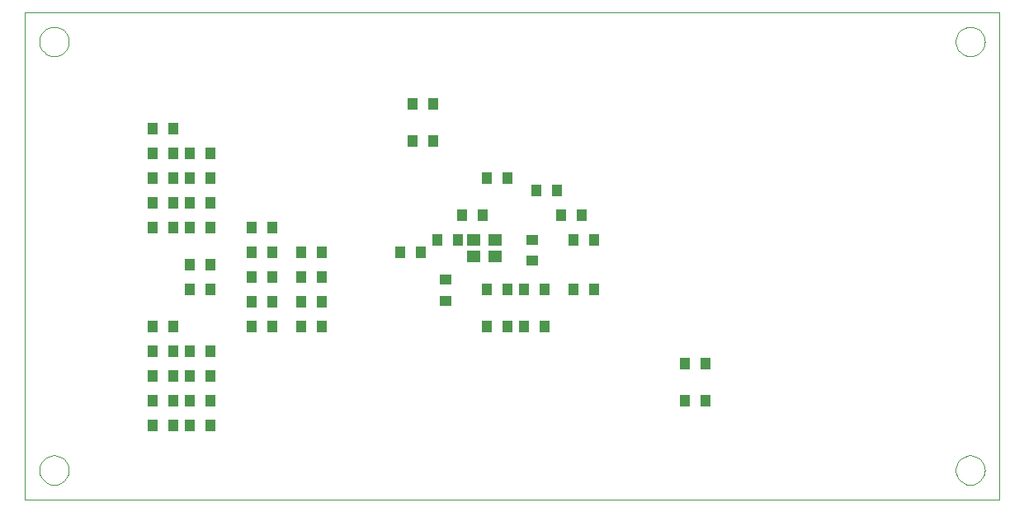
<source format=gbr>
G04 PROTEUS GERBER X2 FILE*
%TF.GenerationSoftware,Labcenter,Proteus,8.16-SP3-Build36097*%
%TF.CreationDate,2025-11-07T09:35:32+00:00*%
%TF.FileFunction,Paste,Bot*%
%TF.FilePolarity,Positive*%
%TF.Part,Single*%
%TF.SameCoordinates,{b300ba1a-dc7e-4a19-be50-5429eaf46598}*%
%FSLAX45Y45*%
%MOMM*%
G01*
%TA.AperFunction,Material*%
%ADD51R,1.016000X1.270000*%
%ADD49R,1.270000X1.016000*%
%TA.AperFunction,Material*%
%ADD54R,1.400000X1.200000*%
%TA.AperFunction,Profile*%
%ADD25C,0.101600*%
%TD.AperFunction*%
D51*
X+1506000Y+3807000D03*
X+1292640Y+3807000D03*
X+1506000Y+3553000D03*
X+1292640Y+3553000D03*
X+1887000Y+3553000D03*
X+1673640Y+3553000D03*
X+1887000Y+3299000D03*
X+1673640Y+3299000D03*
X+1506000Y+3299000D03*
X+1292640Y+3299000D03*
X+1887000Y+3045000D03*
X+1673640Y+3045000D03*
X+1506000Y+3045000D03*
X+1292640Y+3045000D03*
X+1887000Y+2791000D03*
X+1673640Y+2791000D03*
X+1506000Y+2791000D03*
X+1292640Y+2791000D03*
X+1887000Y+2410000D03*
X+1673640Y+2410000D03*
X+1887000Y+2156000D03*
X+1673640Y+2156000D03*
X+2522000Y+2791000D03*
X+2308640Y+2791000D03*
X+2522000Y+2537000D03*
X+2308640Y+2537000D03*
X+2522000Y+2283000D03*
X+2308640Y+2283000D03*
X+2522000Y+2029000D03*
X+2308640Y+2029000D03*
X+2522000Y+1775000D03*
X+2308640Y+1775000D03*
X+3030000Y+1775000D03*
X+2816640Y+1775000D03*
X+3030000Y+2029000D03*
X+2816640Y+2029000D03*
X+3030000Y+2283000D03*
X+2816640Y+2283000D03*
X+3030000Y+2537000D03*
X+2816640Y+2537000D03*
X+1506000Y+1775000D03*
X+1292640Y+1775000D03*
X+1506000Y+1521000D03*
X+1292640Y+1521000D03*
X+1887000Y+1521000D03*
X+1673640Y+1521000D03*
X+1887000Y+1267000D03*
X+1673640Y+1267000D03*
X+1506000Y+1267000D03*
X+1292640Y+1267000D03*
X+1887000Y+1013000D03*
X+1673640Y+1013000D03*
X+1506000Y+1013000D03*
X+1292640Y+1013000D03*
X+1887000Y+759000D03*
X+1673640Y+759000D03*
X+1506000Y+759000D03*
X+1292640Y+759000D03*
X+4173000Y+4061000D03*
X+3959640Y+4061000D03*
X+4173000Y+3680000D03*
X+3959640Y+3680000D03*
X+4935000Y+3299000D03*
X+4721640Y+3299000D03*
X+4681000Y+2918000D03*
X+4467640Y+2918000D03*
X+4427000Y+2664000D03*
X+4213640Y+2664000D03*
X+4046000Y+2537000D03*
X+3832640Y+2537000D03*
D49*
X+4300000Y+2251000D03*
X+4300000Y+2037640D03*
D51*
X+4935000Y+2156000D03*
X+4721640Y+2156000D03*
X+4935000Y+1775000D03*
X+4721640Y+1775000D03*
X+5316000Y+2156000D03*
X+5102640Y+2156000D03*
X+5316000Y+1775000D03*
X+5102640Y+1775000D03*
X+5824000Y+2156000D03*
X+5610640Y+2156000D03*
D49*
X+5189000Y+2450640D03*
X+5189000Y+2664000D03*
D51*
X+5824000Y+2664000D03*
X+5610640Y+2664000D03*
X+5697000Y+2918000D03*
X+5483640Y+2918000D03*
X+5443000Y+3172000D03*
X+5229640Y+3172000D03*
X+6967000Y+1394000D03*
X+6753640Y+1394000D03*
X+6967000Y+1013000D03*
X+6753640Y+1013000D03*
D54*
X+4808000Y+2494000D03*
X+4588000Y+2494000D03*
X+4588000Y+2664000D03*
X+4808000Y+2664000D03*
D25*
X-18000Y-3000D02*
X+9982000Y-3000D01*
X+9982000Y+4997000D01*
X-18000Y+4997000D01*
X-18000Y-3000D01*
X+9832000Y+4697000D02*
X+9831498Y+4709258D01*
X+9827422Y+4733775D01*
X+9818906Y+4758292D01*
X+9805032Y+4782809D01*
X+9783806Y+4807161D01*
X+9759289Y+4825555D01*
X+9734772Y+4837411D01*
X+9710255Y+4844315D01*
X+9685738Y+4846953D01*
X+9682000Y+4847000D01*
X+9532000Y+4697000D02*
X+9532502Y+4709258D01*
X+9536578Y+4733775D01*
X+9545094Y+4758292D01*
X+9558968Y+4782809D01*
X+9580194Y+4807161D01*
X+9604711Y+4825555D01*
X+9629228Y+4837411D01*
X+9653745Y+4844315D01*
X+9678262Y+4846953D01*
X+9682000Y+4847000D01*
X+9532000Y+4697000D02*
X+9532502Y+4684742D01*
X+9536578Y+4660225D01*
X+9545094Y+4635708D01*
X+9558968Y+4611191D01*
X+9580194Y+4586839D01*
X+9604711Y+4568445D01*
X+9629228Y+4556589D01*
X+9653745Y+4549685D01*
X+9678262Y+4547047D01*
X+9682000Y+4547000D01*
X+9832000Y+4697000D02*
X+9831498Y+4684742D01*
X+9827422Y+4660225D01*
X+9818906Y+4635708D01*
X+9805032Y+4611191D01*
X+9783806Y+4586839D01*
X+9759289Y+4568445D01*
X+9734772Y+4556589D01*
X+9710255Y+4549685D01*
X+9685738Y+4547047D01*
X+9682000Y+4547000D01*
X+9832000Y+297000D02*
X+9831498Y+309258D01*
X+9827422Y+333775D01*
X+9818906Y+358292D01*
X+9805032Y+382809D01*
X+9783806Y+407161D01*
X+9759289Y+425555D01*
X+9734772Y+437411D01*
X+9710255Y+444315D01*
X+9685738Y+446953D01*
X+9682000Y+447000D01*
X+9532000Y+297000D02*
X+9532502Y+309258D01*
X+9536578Y+333775D01*
X+9545094Y+358292D01*
X+9558968Y+382809D01*
X+9580194Y+407161D01*
X+9604711Y+425555D01*
X+9629228Y+437411D01*
X+9653745Y+444315D01*
X+9678262Y+446953D01*
X+9682000Y+447000D01*
X+9532000Y+297000D02*
X+9532502Y+284742D01*
X+9536578Y+260225D01*
X+9545094Y+235708D01*
X+9558968Y+211191D01*
X+9580194Y+186839D01*
X+9604711Y+168445D01*
X+9629228Y+156589D01*
X+9653745Y+149685D01*
X+9678262Y+147047D01*
X+9682000Y+147000D01*
X+9832000Y+297000D02*
X+9831498Y+284742D01*
X+9827422Y+260225D01*
X+9818906Y+235708D01*
X+9805032Y+211191D01*
X+9783806Y+186839D01*
X+9759289Y+168445D01*
X+9734772Y+156589D01*
X+9710255Y+149685D01*
X+9685738Y+147047D01*
X+9682000Y+147000D01*
X+432000Y+297000D02*
X+431498Y+309258D01*
X+427422Y+333775D01*
X+418906Y+358292D01*
X+405032Y+382809D01*
X+383806Y+407161D01*
X+359289Y+425555D01*
X+334772Y+437411D01*
X+310255Y+444315D01*
X+285738Y+446953D01*
X+282000Y+447000D01*
X+132000Y+297000D02*
X+132502Y+309258D01*
X+136578Y+333775D01*
X+145094Y+358292D01*
X+158968Y+382809D01*
X+180194Y+407161D01*
X+204711Y+425555D01*
X+229228Y+437411D01*
X+253745Y+444315D01*
X+278262Y+446953D01*
X+282000Y+447000D01*
X+132000Y+297000D02*
X+132502Y+284742D01*
X+136578Y+260225D01*
X+145094Y+235708D01*
X+158968Y+211191D01*
X+180194Y+186839D01*
X+204711Y+168445D01*
X+229228Y+156589D01*
X+253745Y+149685D01*
X+278262Y+147047D01*
X+282000Y+147000D01*
X+432000Y+297000D02*
X+431498Y+284742D01*
X+427422Y+260225D01*
X+418906Y+235708D01*
X+405032Y+211191D01*
X+383806Y+186839D01*
X+359289Y+168445D01*
X+334772Y+156589D01*
X+310255Y+149685D01*
X+285738Y+147047D01*
X+282000Y+147000D01*
X+432000Y+4697000D02*
X+431498Y+4709258D01*
X+427422Y+4733775D01*
X+418906Y+4758292D01*
X+405032Y+4782809D01*
X+383806Y+4807161D01*
X+359289Y+4825555D01*
X+334772Y+4837411D01*
X+310255Y+4844315D01*
X+285738Y+4846953D01*
X+282000Y+4847000D01*
X+132000Y+4697000D02*
X+132502Y+4709258D01*
X+136578Y+4733775D01*
X+145094Y+4758292D01*
X+158968Y+4782809D01*
X+180194Y+4807161D01*
X+204711Y+4825555D01*
X+229228Y+4837411D01*
X+253745Y+4844315D01*
X+278262Y+4846953D01*
X+282000Y+4847000D01*
X+132000Y+4697000D02*
X+132502Y+4684742D01*
X+136578Y+4660225D01*
X+145094Y+4635708D01*
X+158968Y+4611191D01*
X+180194Y+4586839D01*
X+204711Y+4568445D01*
X+229228Y+4556589D01*
X+253745Y+4549685D01*
X+278262Y+4547047D01*
X+282000Y+4547000D01*
X+432000Y+4697000D02*
X+431498Y+4684742D01*
X+427422Y+4660225D01*
X+418906Y+4635708D01*
X+405032Y+4611191D01*
X+383806Y+4586839D01*
X+359289Y+4568445D01*
X+334772Y+4556589D01*
X+310255Y+4549685D01*
X+285738Y+4547047D01*
X+282000Y+4547000D01*
M02*

</source>
